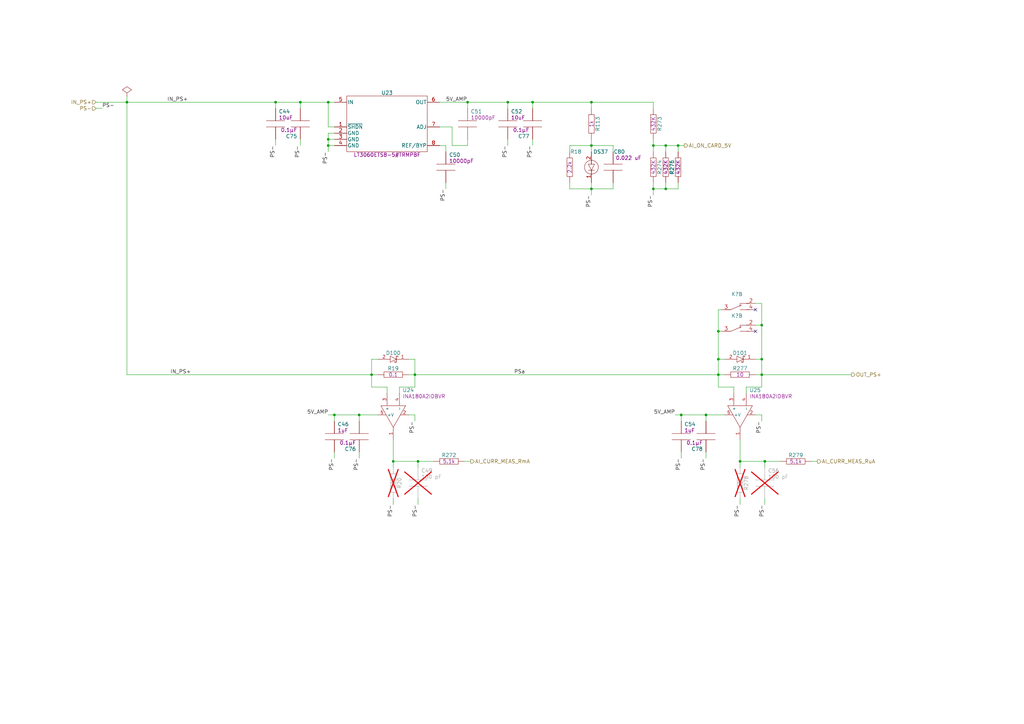
<source format=kicad_sch>
(kicad_sch (version 20230819) (generator eeschema)
  (paper "A3")
  (title_block (title "EOL ECU MIX CARD") (date "2023-09-26") (rev "0C") (company "ARXTRON TECHNOLOGIES") (comment 1 "A0180-V0") (comment 2 "PRJ22180") (comment 3 "EOL ECU RCM8 RCM9") (comment 4 "ANTON TOKARSKYI"))
  (lib_symbols
    (symbol "Analog_Devices:LT3060ETS8-5#TRMPBF" (pin_names (offset 0.254))
      (property "Reference" "U" (at 0 12.7 0))
      (property "ManufacturerPartNumber" "LT3060ETS8-5#TRMPBF" (at 0 -12.7 0))
      (symbol "LT3060ETS8-5#TRMPBF_1_1"
        (rectangle (start -16.51 11.43) (end 16.51 -11.43))
        (pin input line (at -21.59 -1.27 0) (length 5.08) (name "~{SHDN}") (number "1"))
        (pin power_in line (at -21.59 -3.81 0) (length 5.08) (name "GND") (number "2"))
        (pin power_in line (at -21.59 -6.35 0) (length 5.08) (name "GND") (number "3"))
        (pin power_in line (at -21.59 -8.89 0) (length 5.08) (name "GND") (number "4"))
        (pin power_in line (at -21.59 8.89 0) (length 5.08) (name "IN") (number "5"))
        (pin power_out line (at 21.59 8.89 180) (length 5.08) (name "OUT") (number "6"))
        (pin bidirectional line (at 21.59 -1.27 180) (length 5.08) (name "ADJ") (number "7"))
        (pin output line (at 21.59 -8.89 180) (length 5.08) (name "REF/BYP") (number "8"))
      )
    )
    (symbol "Capacitor_AVX:06035C104KAZ2A" (pin_numbers hide) (pin_names (offset 1.016))
      (property "Reference" "C" (at -5.08 1.27 90))
      (property "Nominal" "0.1µF" (at -2.54 1.27 90))
      (symbol "06035C104KAZ2A_0_1"
        (polyline (pts (xy -1.27 3.81) (xy -1.27 -3.81)))
        (polyline (pts (xy 1.27 3.81) (xy 1.27 -3.81)))
      )
      (symbol "06035C104KAZ2A_1_1"
        (pin passive line (at -6.35 0 0) (length 5.08) (name "~") (number "1"))
        (pin passive line (at 6.35 0 180) (length 5.08) (name "~") (number "2"))
      )
    )
    (symbol "Capacitor_AVX:08055C105KAT2A" (pin_numbers hide) (pin_names (offset 1.016))
      (property "Reference" "C" (at 0 5.08 0))
      (property "Nominal" "1uF" (at 0 -6.35 0))
      (symbol "08055C105KAT2A_0_1"
        (polyline (pts (xy -1.27 3.81) (xy -1.27 -3.81)))
        (polyline (pts (xy 1.27 3.81) (xy 1.27 -3.81)))
      )
      (symbol "08055C105KAT2A_1_1"
        (pin passive line (at -6.35 0 0) (length 5.08) (name "~") (number "1"))
        (pin passive line (at 6.35 0 180) (length 5.08) (name "~") (number "2"))
      )
    )
    (symbol "Capacitor_KEMET:C0805C101K5RACTU" (pin_numbers hide) (pin_names (offset 1.016))
      (property "Reference" "C" (at 0 5.08 0))
      (property "Nominal" "100 pF" (at 0 -6.35 0))
      (symbol "C0805C101K5RACTU_0_1"
        (polyline (pts (xy -1.27 3.81) (xy -1.27 -3.81)))
        (polyline (pts (xy 1.27 3.81) (xy 1.27 -3.81)))
      )
      (symbol "C0805C101K5RACTU_1_1"
        (pin passive line (at -6.35 0 0) (length 5.08) (name "~") (number "1"))
        (pin passive line (at 6.35 0 180) (length 5.08) (name "~") (number "2"))
      )
    )
    (symbol "Capacitor_Murata:GRM2195C1H103FA01D" (pin_numbers hide) (pin_names (offset 1.016))
      (property "Reference" "C" (at 0 5.08 0))
      (property "Nominal" "10000pF" (at 0 -6.35 0))
      (symbol "GRM2195C1H103FA01D_0_1"
        (polyline (pts (xy -1.27 3.81) (xy -1.27 -3.81)))
        (polyline (pts (xy 1.27 3.81) (xy 1.27 -3.81)))
      )
      (symbol "GRM2195C1H103FA01D_1_1"
        (pin passive line (at -6.35 0 0) (length 5.08) (name "~") (number "1"))
        (pin passive line (at 6.35 0 180) (length 5.08) (name "~") (number "2"))
      )
    )
    (symbol "Capacitor_Samsung:CL32B106KBJNNWE" (pin_numbers hide) (pin_names (offset 1.016))
      (property "Reference" "C" (at 0 5.08 0))
      (property "Nominal" "10uF" (at 0 -6.35 0))
      (symbol "CL32B106KBJNNWE_0_1"
        (polyline (pts (xy -1.27 3.81) (xy -1.27 -3.81)))
        (polyline (pts (xy 1.27 3.81) (xy 1.27 -3.81)))
      )
      (symbol "CL32B106KBJNNWE_1_1"
        (pin passive line (at -6.35 0 0) (length 5.08) (name "~") (number "1"))
        (pin passive line (at 6.35 0 180) (length 5.08) (name "~") (number "2"))
      )
    )
    (symbol "Capacitor_TDK:CGA4J2NP01H223J125AA" (pin_numbers hide) (pin_names (offset 1.016))
      (property "Reference" "C" (at 0 5.08 0))
      (property "Nominal" "0.022 uF" (at 0 -6.35 0))
      (symbol "CGA4J2NP01H223J125AA_0_1"
        (polyline (pts (xy -1.27 3.81) (xy -1.27 -3.81)))
        (polyline (pts (xy 1.27 3.81) (xy 1.27 -3.81)))
      )
      (symbol "CGA4J2NP01H223J125AA_1_1"
        (pin passive line (at -6.35 0 0) (length 5.08) (name "~") (number "1"))
        (pin passive line (at 6.35 0 180) (length 5.08) (name "~") (number "2"))
      )
    )
    (symbol "LiteOnInc:LTST-C171KGKT" (pin_names (offset 1.016) hide)
      (property "Reference" "DS" (at 0 4.445 0))
      (symbol "LTST-C171KGKT_0_1"
        (polyline (pts (xy 1.27 1.27) (xy 1.27 -1.27)))
        (polyline (pts (xy -1.27 1.27) (xy -1.27 -1.27) (xy 1.27 0) (xy -1.27 1.27)))
        (circle (center 0 0) (radius 2.8448))
      )
      (symbol "LTST-C171KGKT_1_1"
        (pin passive line (at 6.35 0 180) (length 5.08) (name "+") (number "1"))
        (pin passive line (at -6.35 0 0) (length 5.08) (name "-") (number "2"))
      )
    )
    (symbol "Relay_Omron:G6K-2G-Y-TR_DC24_DPDT" (pin_names (offset 0.762))
      (property "Reference" "K" (at 0.635 3.81 0))
      (property "ManufacturerPartNumber" "G6K-2G-Y-TR DC24" (at 0.635 -1.905 0))
      (symbol "G6K-2G-Y-TR_DC24_DPDT_1_1"
        (arc (start -1.905 0) (mid -3.175 1.2645) (end -4.445 0))
        (arc (start 0.635 0) (mid -0.635 1.2645) (end -1.905 0))
        (arc (start 3.175 0) (mid 1.905 1.2645) (end 0.635 0))
        (arc (start 5.715 0) (mid 4.445 1.2645) (end 3.175 0))
        (text "+" (at -4.191 1.905 0) (effects (font (size 1.27 1.27))))
        (pin passive line (at -6.35 0 0) (length 1.905) (name "~") (number "1"))
        (pin passive line (at 7.62 0 180) (length 1.905) (name "~") (number "8"))
      )
      (symbol "G6K-2G-Y-TR_DC24_DPDT_2_1"
        (polyline (pts (xy -2.54 0) (xy -5.08 0)))
        (polyline (pts (xy -2.54 0) (xy 1.905 1.905)))
        (polyline (pts (xy 1.27 0) (xy 5.08 0)))
        (polyline (pts (xy 5.08 2.54) (xy 1.27 2.54) (xy 1.27 1.27)))
        (pin passive line (at 7.62 2.54 180) (length 3.81) (name "~") (number "2"))
        (pin passive line (at -6.35 0 0) (length 3.81) (name "~") (number "3"))
        (pin passive line (at 7.62 0 180) (length 3.81) (name "~") (number "4"))
      )
      (symbol "G6K-2G-Y-TR_DC24_DPDT_3_1"
        (polyline (pts (xy -2.54 0) (xy -5.08 0)))
        (polyline (pts (xy -2.54 0) (xy 1.905 1.905)))
        (polyline (pts (xy 1.27 0) (xy 5.08 0)))
        (polyline (pts (xy 5.08 2.54) (xy 1.27 2.54) (xy 1.27 1.27)))
        (pin passive line (at 7.62 0 180) (length 3.81) (name "~") (number "5"))
        (pin passive line (at -6.35 0 0) (length 3.81) (name "~") (number "6"))
        (pin passive line (at 7.62 2.54 180) (length 3.81) (name "~") (number "7"))
      )
    )
    (symbol "Resistor_Yageo:RC0603JR-072K2L" (pin_numbers hide) (pin_names (offset 1.016) hide)
      (property "Reference" "R" (at 0 2.54 0))
      (property "Nominal" "2.2k" (at 0 0 0))
      (symbol "RC0603JR-072K2L_1_1"
        (polyline (pts (xy -3.81 1.143) (xy 3.81 1.143) (xy 3.81 -1.143) (xy -3.81 -1.143) (xy -3.81 1.143)))
        (pin passive line (at -6.35 0 0) (length 2.54) (name "~") (number "1"))
        (pin passive line (at 6.35 0 180) (length 2.54) (name "~") (number "2"))
      )
    )
    (symbol "Resistor_Yageo:RC0805FR-0720KL" (pin_numbers hide) (pin_names (offset 1.016))
      (property "Reference" "R" (at 0 2.54 0))
      (property "Nominal" "20k" (at 0 0 0))
      (symbol "RC0805FR-0720KL_1_1"
        (polyline (pts (xy -3.81 1.143) (xy 3.81 1.143) (xy 3.81 -1.143) (xy -3.81 -1.143) (xy -3.81 1.143)))
        (pin passive line (at -6.35 0 0) (length 2.54) (name "~") (number "1"))
        (pin passive line (at 6.35 0 180) (length 2.54) (name "~") (number "2"))
      )
    )
    (symbol "Resistor_Yageo:RC0805FR-075K1L" (pin_numbers hide) (pin_names (offset 1.016))
      (property "Reference" "R" (at 0 2.54 0))
      (property "Nominal" "5.1k" (at 0 0 0))
      (symbol "RC0805FR-075K1L_1_1"
        (polyline (pts (xy -3.81 1.143) (xy 3.81 1.143) (xy 3.81 -1.143) (xy -3.81 -1.143) (xy -3.81 1.143)))
        (pin passive line (at -6.35 0 0) (length 2.54) (name "~") (number "1"))
        (pin passive line (at 6.35 0 180) (length 2.54) (name "~") (number "2"))
      )
    )
    (symbol "Resistor_Yageo:RC1206FR-071KL" (pin_numbers hide) (pin_names (offset 1.016))
      (property "Reference" "R" (at 0 2.54 0))
      (property "Nominal" "1k" (at 0 0 0))
      (symbol "RC1206FR-071KL_1_1"
        (polyline (pts (xy -3.81 1.143) (xy 3.81 1.143) (xy 3.81 -1.143) (xy -3.81 -1.143) (xy -3.81 1.143)))
        (pin passive line (at -6.35 0 0) (length 2.54) (name "~") (number "1"))
        (pin passive line (at 6.35 0 180) (length 2.54) (name "~") (number "2"))
      )
    )
    (symbol "Resistor_Yageo:RT0603BRD07432KL" (pin_numbers hide) (pin_names (offset 1.016))
      (property "Reference" "R" (at 0 2.54 0))
      (property "Nominal" "432K" (at 0 0 0))
      (symbol "RT0603BRD07432KL_1_1"
        (polyline (pts (xy -3.81 1.143) (xy 3.81 1.143) (xy 3.81 -1.143) (xy -3.81 -1.143) (xy -3.81 1.143)))
        (pin passive line (at -6.35 0 0) (length 2.54) (name "~") (number "1"))
        (pin passive line (at 6.35 0 180) (length 2.54) (name "~") (number "2"))
      )
    )
    (symbol "Resistors_Vishay:CRCW251210R0FKEG" (pin_numbers hide) (pin_names (offset 1.016))
      (property "Reference" "R" (at 0 2.54 0))
      (property "Nominal" "10" (at 0 0 0))
      (symbol "CRCW251210R0FKEG_1_1"
        (polyline (pts (xy -3.81 1.143) (xy 3.81 1.143) (xy 3.81 -1.143) (xy -3.81 -1.143) (xy -3.81 1.143)))
        (pin passive line (at -6.35 0 0) (length 2.54) (name "~") (number "1"))
        (pin passive line (at 6.35 0 180) (length 2.54) (name "~") (number "2"))
      )
    )
    (symbol "Resistors_Vishay:WSL2512R1000FEA" (pin_numbers hide) (pin_names (offset 1.016))
      (property "Reference" "R" (at 0 2.54 0))
      (property "Nominal" "0.1" (at 0 0 0))
      (symbol "WSL2512R1000FEA_1_1"
        (polyline (pts (xy -3.81 1.143) (xy 3.81 1.143) (xy 3.81 -1.143) (xy -3.81 -1.143) (xy -3.81 1.143)))
        (pin passive line (at -6.35 0 0) (length 2.54) (name "~") (number "1"))
        (pin passive line (at 6.35 0 180) (length 2.54) (name "~") (number "2"))
      )
    )
    (symbol "STMicroelectronics:STPS2H100ZFY" (pin_names (offset 1.016) hide)
      (property "Reference" "D" (at 0 2.54 0))
      (symbol "STPS2H100ZFY_0_1"
        (polyline (pts (xy -1.27 1.27) (xy -1.27 -1.27)))
        (polyline (pts (xy -1.27 1.27) (xy 1.27 0) (xy -1.27 -1.27)))
        (polyline (pts (xy 1.905 0.889) (xy 1.905 1.27) (xy 1.27 1.27) (xy 1.27 -1.27) (xy 0.635 -1.27) (xy 0.635 -0.889)) (stroke (width 0.2032)))
      )
      (symbol "STPS2H100ZFY_1_1"
        (pin passive line (at 6.35 0 180) (length 5.08) (name "K") (number "1"))
        (pin passive line (at -6.35 0 0) (length 5.08) (name "A") (number "2"))
      )
    )
    (symbol "TI:INA180A2IDBVR" (pin_names (offset 0.381))
      (property "Reference" "U" (at 5.08 8.89 0))
      (property "ManufacturerPartNumber" "INA180A2IDBVR" (at 12.7 -11.43 0))
      (symbol "INA180A2IDBVR_0_1"
        (polyline (pts (xy -5.08 0) (xy 3.81 5.08) (xy 3.81 -5.08) (xy -5.08 0)))
      )
      (symbol "INA180A2IDBVR_1_1"
        (pin passive line (at -10.16 0 0) (length 5.08) (name "~") (number "1"))
        (pin power_in line (at 0 6.35 270) (length 3.429) (name "~") (number "2"))
        (pin passive line (at 8.89 -2.54 180) (length 5.08) (name "+") (number "3"))
        (pin passive line (at 8.89 2.54 180) (length 5.08) (name "-") (number "4"))
        (pin power_in line (at 0 -6.35 90) (length 3.429) (name "+V") (number "5"))
      )
    )
    (symbol "_power_symbol:PWR_FLAG" (power) (pin_numbers hide) (pin_names (offset 0) hide)
      (property "Value" "PWR_FLAG" (at 0 4.572 0))
      (symbol "PWR_FLAG_0_0"
        (pin power_out line (at 0 0 90) (length 0) (name "pwr") (number "1"))
      )
      (symbol "PWR_FLAG_0_1"
        (polyline (pts (xy 0 0) (xy 0 1.27) (xy -1.905 2.54) (xy 0 3.81) (xy 1.905 2.54) (xy 0 1.27)))
      )
    )
  )
  (junction (at 267.97 77.47))
  (junction (at 208.28 41.91))
  (junction (at 134.62 59.69))
  (junction (at 312.42 153.67))
  (junction (at 303.53 189.23))
  (junction (at 242.57 77.47))
  (junction (at 242.57 59.69))
  (junction (at 312.42 133.35))
  (junction (at 294.64 135.89))
  (junction (at 171.45 189.23))
  (junction (at 294.64 147.32))
  (junction (at 279.4 170.18))
  (junction (at 242.57 41.91))
  (junction (at 273.05 59.69))
  (junction (at 113.03 41.91))
  (junction (at 170.18 153.67))
  (junction (at 134.62 41.91))
  (junction (at 289.56 170.18))
  (junction (at 147.32 170.18))
  (junction (at 218.44 41.91))
  (junction (at 267.97 59.69))
  (junction (at 137.16 170.18))
  (junction (at 134.62 57.15))
  (junction (at 191.77 41.91))
  (junction (at 278.13 59.69))
  (junction (at 273.05 77.47))
  (junction (at 161.29 189.23))
  (junction (at 52.07 41.91))
  (junction (at 313.69 189.23))
  (junction (at 294.64 153.67))
  (junction (at 312.42 147.32))
  (junction (at 123.19 41.91))
  (junction (at 152.4 153.67))
  (no_connect (at 309.88 135.89))
  (no_connect (at 309.88 127))
  (wire (pts (xy 273.05 77.47) (xy 278.13 77.47)))
  (wire (pts (xy 161.29 189.23) (xy 171.45 189.23)))
  (wire (pts (xy 312.42 147.32) (xy 312.42 153.67)))
  (wire (pts (xy 313.69 189.23) (xy 313.69 191.77)))
  (wire (pts (xy 313.69 204.47) (xy 313.69 207.01)))
  (wire (pts (xy 113.03 41.91) (xy 113.03 44.45)))
  (wire (pts (xy 309.88 153.67) (xy 312.42 153.67)))
  (wire (pts (xy 300.99 161.29) (xy 300.99 158.75)))
  (wire (pts (xy 180.34 59.69) (xy 182.88 59.69)))
  (wire (pts (xy 312.42 133.35) (xy 312.42 147.32)))
  (wire (pts (xy 52.07 39.37) (xy 52.07 41.91)))
  (wire (pts (xy 294.64 158.75) (xy 300.99 158.75)))
  (wire (pts (xy 52.07 153.67) (xy 152.4 153.67)))
  (wire (pts (xy 233.68 59.69) (xy 233.68 62.23)))
  (wire (pts (xy 294.64 135.89) (xy 294.64 147.32)))
  (wire (pts (xy 242.57 77.47) (xy 242.57 74.93)))
  (wire (pts (xy 152.4 147.32) (xy 152.4 153.67)))
  (wire (pts (xy 278.13 59.69) (xy 273.05 59.69)))
  (wire (pts (xy 171.45 204.47) (xy 171.45 207.01)))
  (wire (pts (xy 39.37 44.45) (xy 41.91 44.45)))
  (wire (pts (xy 332.74 189.23) (xy 335.28 189.23)))
  (wire (pts (xy 309.88 170.18) (xy 312.42 170.18)))
  (wire (pts (xy 191.77 41.91) (xy 208.28 41.91)))
  (wire (pts (xy 218.44 41.91) (xy 218.44 44.45)))
  (wire (pts (xy 294.64 153.67) (xy 297.18 153.67)))
  (wire (pts (xy 251.46 77.47) (xy 251.46 74.93)))
  (wire (pts (xy 52.07 41.91) (xy 113.03 41.91)))
  (wire (pts (xy 123.19 41.91) (xy 123.19 44.45)))
  (wire (pts (xy 279.4 185.42) (xy 279.4 187.96)))
  (wire (pts (xy 137.16 185.42) (xy 137.16 187.96)))
  (wire (pts (xy 123.19 57.15) (xy 123.19 59.69)))
  (wire (pts (xy 170.18 170.18) (xy 170.18 172.72)))
  (wire (pts (xy 267.97 57.15) (xy 267.97 59.69)))
  (wire (pts (xy 171.45 189.23) (xy 171.45 191.77)))
  (wire (pts (xy 167.64 170.18) (xy 170.18 170.18)))
  (wire (pts (xy 273.05 74.93) (xy 273.05 77.47)))
  (wire (pts (xy 312.42 158.75) (xy 312.42 153.67)))
  (wire (pts (xy 191.77 59.69) (xy 191.77 57.15)))
  (wire (pts (xy 294.64 135.89) (xy 294.64 127)))
  (wire (pts (xy 306.07 158.75) (xy 312.42 158.75)))
  (wire (pts (xy 152.4 153.67) (xy 154.94 153.67)))
  (wire (pts (xy 163.83 158.75) (xy 170.18 158.75)))
  (wire (pts (xy 137.16 170.18) (xy 137.16 172.72)))
  (wire (pts (xy 161.29 180.34) (xy 161.29 189.23)))
  (wire (pts (xy 180.34 41.91) (xy 191.77 41.91)))
  (wire (pts (xy 242.57 77.47) (xy 251.46 77.47)))
  (wire (pts (xy 154.94 147.32) (xy 152.4 147.32)))
  (wire (pts (xy 294.64 153.67) (xy 294.64 158.75)))
  (wire (pts (xy 161.29 204.47) (xy 161.29 207.01)))
  (wire (pts (xy 170.18 147.32) (xy 170.18 153.67)))
  (wire (pts (xy 182.88 59.69) (xy 182.88 62.23)))
  (wire (pts (xy 242.57 41.91) (xy 242.57 44.45)))
  (wire (pts (xy 154.94 170.18) (xy 147.32 170.18)))
  (wire (pts (xy 303.53 204.47) (xy 303.53 207.01)))
  (wire (pts (xy 242.57 59.69) (xy 251.46 59.69)))
  (wire (pts (xy 137.16 52.07) (xy 134.62 52.07)))
  (wire (pts (xy 294.64 147.32) (xy 294.64 153.67)))
  (wire (pts (xy 312.42 124.46) (xy 312.42 133.35)))
  (wire (pts (xy 170.18 153.67) (xy 294.64 153.67)))
  (wire (pts (xy 279.4 170.18) (xy 279.4 172.72)))
  (wire (pts (xy 190.5 189.23) (xy 193.04 189.23)))
  (wire (pts (xy 242.57 77.47) (xy 242.57 80.01)))
  (wire (pts (xy 309.88 124.46) (xy 312.42 124.46)))
  (wire (pts (xy 303.53 180.34) (xy 303.53 189.23)))
  (wire (pts (xy 273.05 59.69) (xy 267.97 59.69)))
  (wire (pts (xy 242.57 57.15) (xy 242.57 59.69)))
  (wire (pts (xy 185.42 52.07) (xy 185.42 59.69)))
  (wire (pts (xy 152.4 158.75) (xy 158.75 158.75)))
  (wire (pts (xy 167.64 147.32) (xy 170.18 147.32)))
  (wire (pts (xy 134.62 41.91) (xy 137.16 41.91)))
  (wire (pts (xy 313.69 189.23) (xy 320.04 189.23)))
  (wire (pts (xy 134.62 170.18) (xy 137.16 170.18)))
  (wire (pts (xy 170.18 158.75) (xy 170.18 153.67)))
  (wire (pts (xy 295.91 135.89) (xy 294.64 135.89)))
  (wire (pts (xy 147.32 170.18) (xy 137.16 170.18)))
  (wire (pts (xy 171.45 189.23) (xy 177.8 189.23)))
  (wire (pts (xy 208.28 41.91) (xy 218.44 41.91)))
  (wire (pts (xy 267.97 77.47) (xy 273.05 77.47)))
  (wire (pts (xy 161.29 189.23) (xy 161.29 191.77)))
  (wire (pts (xy 267.97 41.91) (xy 267.97 44.45)))
  (wire (pts (xy 185.42 59.69) (xy 191.77 59.69)))
  (wire (pts (xy 297.18 170.18) (xy 289.56 170.18)))
  (wire (pts (xy 294.64 127) (xy 295.91 127)))
  (wire (pts (xy 312.42 153.67) (xy 349.25 153.67)))
  (wire (pts (xy 167.64 153.67) (xy 170.18 153.67)))
  (wire (pts (xy 242.57 77.47) (xy 233.68 77.47)))
  (wire (pts (xy 218.44 41.91) (xy 242.57 41.91)))
  (wire (pts (xy 242.57 41.91) (xy 267.97 41.91)))
  (wire (pts (xy 309.88 133.35) (xy 312.42 133.35)))
  (wire (pts (xy 303.53 189.23) (xy 303.53 191.77)))
  (wire (pts (xy 147.32 185.42) (xy 147.32 187.96)))
  (wire (pts (xy 208.28 57.15) (xy 208.28 59.69)))
  (wire (pts (xy 297.18 147.32) (xy 294.64 147.32)))
  (wire (pts (xy 134.62 59.69) (xy 137.16 59.69)))
  (wire (pts (xy 278.13 59.69) (xy 278.13 62.23)))
  (wire (pts (xy 267.97 74.93) (xy 267.97 77.47)))
  (wire (pts (xy 306.07 161.29) (xy 306.07 158.75)))
  (wire (pts (xy 113.03 41.91) (xy 123.19 41.91)))
  (wire (pts (xy 309.88 147.32) (xy 312.42 147.32)))
  (wire (pts (xy 289.56 170.18) (xy 289.56 172.72)))
  (wire (pts (xy 312.42 170.18) (xy 312.42 172.72)))
  (wire (pts (xy 278.13 74.93) (xy 278.13 77.47)))
  (wire (pts (xy 180.34 52.07) (xy 185.42 52.07)))
  (wire (pts (xy 158.75 161.29) (xy 158.75 158.75)))
  (wire (pts (xy 208.28 41.91) (xy 208.28 44.45)))
  (wire (pts (xy 191.77 41.91) (xy 191.77 44.45)))
  (wire (pts (xy 52.07 41.91) (xy 52.07 153.67)))
  (wire (pts (xy 39.37 41.91) (xy 52.07 41.91)))
  (wire (pts (xy 163.83 161.29) (xy 163.83 158.75)))
  (wire (pts (xy 233.68 77.47) (xy 233.68 74.93)))
  (wire (pts (xy 242.57 59.69) (xy 233.68 59.69)))
  (wire (pts (xy 251.46 59.69) (xy 251.46 62.23)))
  (wire (pts (xy 267.97 77.47) (xy 267.97 80.01)))
  (wire (pts (xy 267.97 59.69) (xy 267.97 62.23)))
  (wire (pts (xy 273.05 59.69) (xy 273.05 62.23)))
  (wire (pts (xy 134.62 59.69) (xy 134.62 62.23)))
  (wire (pts (xy 242.57 59.69) (xy 242.57 62.23)))
  (wire (pts (xy 137.16 54.61) (xy 134.62 54.61)))
  (wire (pts (xy 278.13 59.69) (xy 280.67 59.69)))
  (wire (pts (xy 123.19 41.91) (xy 134.62 41.91)))
  (wire (pts (xy 147.32 170.18) (xy 147.32 172.72)))
  (wire (pts (xy 276.86 170.18) (xy 279.4 170.18)))
  (wire (pts (xy 152.4 153.67) (xy 152.4 158.75)))
  (wire (pts (xy 289.56 170.18) (xy 279.4 170.18)))
  (wire (pts (xy 218.44 57.15) (xy 218.44 59.69)))
  (wire (pts (xy 289.56 185.42) (xy 289.56 187.96)))
  (wire (pts (xy 303.53 189.23) (xy 313.69 189.23)))
  (wire (pts (xy 134.62 57.15) (xy 134.62 59.69)))
  (wire (pts (xy 134.62 52.07) (xy 134.62 41.91)))
  (wire (pts (xy 182.88 74.93) (xy 182.88 77.47)))
  (wire (pts (xy 134.62 54.61) (xy 134.62 57.15)))
  (wire (pts (xy 113.03 57.15) (xy 113.03 59.69)))
  (wire (pts (xy 134.62 57.15) (xy 137.16 57.15)))
  (label "PS-" (at 113.03 59.69 270) (effects (font (size 1.524 1.524))))
  (label "PS-" (at 170.18 172.72 270) (effects (font (size 1.524 1.524))))
  (label "PS-" (at 279.4 187.96 270) (effects (font (size 1.524 1.524))))
  (label "PS-" (at 208.28 59.69 270) (effects (font (size 1.524 1.524))))
  (label "PS-" (at 267.97 80.01 270) (effects (font (size 1.524 1.524))))
  (label "5V_AMP" (at 134.62 170.18 180) (effects (font (size 1.524 1.524))))
  (label "PS-" (at 313.69 207.01 270) (effects (font (size 1.524 1.524))))
  (label "IN_PS+" (at 69.85 153.67 0) (effects (font (size 1.524 1.524))))
  (label "PS-" (at 161.29 207.01 270) (effects (font (size 1.524 1.524))))
  (label "PS-" (at 134.62 62.23 270) (effects (font (size 1.524 1.524))))
  (label "PS-" (at 137.16 187.96 270) (effects (font (size 1.524 1.524))))
  (label "PS-" (at 171.45 207.01 270) (effects (font (size 1.524 1.524))))
  (label "5V_AMP" (at 276.86 170.18 180) (effects (font (size 1.524 1.524))))
  (label "PS-" (at 312.42 172.72 270) (effects (font (size 1.524 1.524))))
  (label "PS-" (at 218.44 59.69 270) (effects (font (size 1.524 1.524))))
  (label "PS-" (at 182.88 77.47 270) (effects (font (size 1.524 1.524))))
  (label "PS-" (at 41.91 44.45 0) (effects (font (size 1.524 1.524))))
  (label "PSa" (at 210.82 153.67 0) (effects (font (size 1.524 1.524))))
  (label "PS-" (at 147.32 187.96 270) (effects (font (size 1.524 1.524))))
  (label "PS-" (at 123.19 59.69 270) (effects (font (size 1.524 1.524))))
  (label "PS-" (at 242.57 80.01 270) (effects (font (size 1.524 1.524))))
  (label "PS-" (at 289.56 187.96 270) (effects (font (size 1.524 1.524))))
  (label "IN_PS+" (at 68.58 41.91 0) (effects (font (size 1.524 1.524))))
  (label "PS-" (at 303.53 207.01 270) (effects (font (size 1.524 1.524))))
  (label "5V_AMP" (at 182.88 41.91 0) (effects (font (size 1.524 1.524))))
  (hierarchical_label "OUT_PS+" (shape output) (at 349.25 153.67 0) (effects (font (size 1.524 1.524))))
  (hierarchical_label "AI_CURR_MEAS_RmA" (shape output) (at 193.04 189.23 0) (effects (font (size 1.524 1.524))))
  (hierarchical_label "AI_ON_CARD_5V" (shape output) (at 280.67 59.69 0) (effects (font (size 1.524 1.524))))
  (hierarchical_label "AI_CURR_MEAS_RuA" (shape output) (at 335.28 189.23 0) (effects (font (size 1.524 1.524))))
  (hierarchical_label "PS-" (shape input) (at 39.37 44.45 180) (effects (font (size 1.524 1.524))))
  (hierarchical_label "IN_PS+" (shape input) (at 39.37 41.91 180) (effects (font (size 1.524 1.524))))
  (symbol (lib_id "Resistor_Yageo:RT0603BRD07432KL") (at 267.97 50.8 270) (unit 1)
    (property "Reference" "R273" (at 270.51 50.8 0) (effects (font (size 1.524 1.524))))
    (property "Value" "RT0603BRD07432KL" (effects hide))
    (property "Footprint" "Resistor_Yageo_RC:RESC1608X65N" (effects hide))
    (property "Description" "RES SMD 432K OHM 0.1% 1/10W 0603" (effects hide))
    (property "Nominal" "432K" (at 267.97 50.8 0) (effects (font (size 1.524 1.524))))
    (property "Supplier" "Digi-Key" (effects hide))
    (property "ManufacturerPartNumber" "RT0603BRD07432KL" (effects hide))
    (property "SupplierPartNumber" "RT0603BRD07432KL-ND" (effects hide))
    (property "Manufacturer" "Yageo" (effects hide))
  )
  (symbol (lib_id "Capacitor_AVX:06035C104KAZ2A") (at 123.19 50.8 90) (unit 1)
    (property "Reference" "C75" (at 121.92 55.88 90) (effects (font (size 1.524 1.524)) (justify left)))
    (property "Value" "06035C104KAZ2A" (effects hide))
    (property "Footprint" "Capacitor_AVX:CAPC1608X90N" (effects hide))
    (property "Description" "CAP CER 0.1UF 50V X7R 0603" (effects hide))
    (property "Tolerance" "±10%" (effects hide))
    (property "Nominal" "0.1µF" (at 121.92 53.34 90) (effects (font (size 1.524 1.524)) (justify left)))
    (property "SupplierDevicePackage" "C0603" (effects hide))
    (property "Voltage" "50V" (effects hide))
    (property "SupplierPartNumber" "478-3540-1-ND" (effects hide))
    (property "Supplier" "Digi-Key" (effects hide))
    (property "ManufacturerPartNumber" "06035C104KAZ2A" (effects hide))
    (property "Manufacturer" "AVX Corporation" (effects hide))
    (property "Type" "X7R" (effects hide))
  )
  (symbol (lib_id "Resistor_Yageo:RC0805FR-075K1L") (at 184.15 189.23 0) (unit 1)
    (property "Reference" "R272" (at 184.15 186.69 0) (effects (font (size 1.524 1.524))))
    (property "Value" "RC0805FR-075K1L" (effects hide))
    (property "Footprint" "Resistor_Yageo_RC:RESC2012X65N" (effects hide))
    (property "Description" "RES SMD 5.1K OHM 1% 1/8W 0805" (effects hide))
    (property "Manufacturer" "Yageo" (effects hide))
    (property "Tolerance" "1%" (effects hide))
    (property "Nominal" "5.1k" (at 184.15 189.23 0) (effects (font (size 1.524 1.524))))
    (property "Power" "1/8W" (effects hide))
    (property "Supplier" "Digi-Key" (effects hide))
    (property "ManufacturerPartNumber" "RC0805FR-075K1L" (effects hide))
    (property "SupplierDevicePackage" "R0805" (effects hide))
    (property "SupplierPartNumber" "3311-5.10KCRCT-ND" (effects hide))
  )
  (symbol (lib_id "Resistor_Yageo:RC0805FR-075K1L") (at 326.39 189.23 0) (unit 1)
    (property "Reference" "R279" (at 326.39 186.69 0) (effects (font (size 1.524 1.524))))
    (property "Value" "RC0805FR-075K1L" (effects hide))
    (property "Footprint" "Resistor_Yageo_RC:RESC2012X65N" (effects hide))
    (property "Description" "RES SMD 5.1K OHM 1% 1/8W 0805" (effects hide))
    (property "Manufacturer" "Yageo" (effects hide))
    (property "Tolerance" "1%" (effects hide))
    (property "Nominal" "5.1k" (at 326.39 189.23 0) (effects (font (size 1.524 1.524))))
    (property "Power" "1/8W" (effects hide))
    (property "Supplier" "Digi-Key" (effects hide))
    (property "ManufacturerPartNumber" "RC0805FR-075K1L" (effects hide))
    (property "SupplierDevicePackage" "R0805" (effects hide))
    (property "SupplierPartNumber" "3311-5.10KCRCT-ND" (effects hide))
  )
  (symbol (lib_id "Resistor_Yageo:RC0805FR-0720KL") (at 303.53 198.12 270) (unit 1) (in_bom no) (dnp yes)
    (property "Reference" "R278" (at 306.07 198.12 0) (effects (font (size 1.524 1.524))))
    (property "Value" "RC0805FR-0720KL" (effects hide))
    (property "Footprint" "Resistor_Yageo_RC:RESC2012X65N" (effects hide))
    (property "Description" "RES SMD 20K OHM 1% 1/8W 0805" (effects hide))
    (property "Manufacturer" "Yageo" (effects hide))
    (property "Tolerance" "1%" (effects hide))
    (property "Nominal" "20k" (at 303.53 198.12 0) (effects (font (size 1.524 1.524))))
    (property "Power" "1/8W" (effects hide))
    (property "Supplier" "Digi-Key" (effects hide))
    (property "ManufacturerPartNumber" "RC0805FR-0720KL" (effects hide))
    (property "SupplierDevicePackage" "R0805" (effects hide))
    (property "SupplierPartNumber" "311-20.0KCRCT-ND" (effects hide))
  )
  (symbol (lib_id "Resistors_Vishay:WSL2512R1000FEA") (at 161.29 153.67 0) (unit 1)
    (property "Reference" "R19" (at 161.29 151.13 0) (effects (font (size 1.524 1.524))))
    (property "Value" "WSL2512R1000FEA" (effects hide))
    (property "Footprint" "Resistor_Vishay_WSL:RESC6331X88" (effects hide))
    (property "Description" "RES 0.1 OHM 1% 1W 2512" (effects hide))
    (property "Tolerance" "1%" (effects hide))
    (property "Nominal" "0.1" (at 161.29 153.67 0) (effects (font (size 1.524 1.524))))
    (property "Power" "1W" (effects hide))
    (property "Supplier" "Digi-Key" (effects hide))
    (property "ManufacturerPartNumber" "WSL2512R1000FEA" (effects hide))
    (property "SupplierDevicePackage" "R2512" (effects hide))
    (property "SupplierPartNumber" "WSLG-.10CT-ND" (effects hide))
    (property "Manufacturer" "Vishay Dale" (effects hide))
  )
  (symbol (lib_id "STMicroelectronics:STPS2H100ZFY") (at 161.29 147.32 0) (unit 1)
    (property "Reference" "D100" (at 161.29 144.78 0) (effects (font (size 1.524 1.524))))
    (property "Value" "STPS2H100ZFY" (effects hide))
    (property "Footprint" "_STMicroelectronics:SODFL3516X110" (effects hide))
    (property "Description" "DIODE SCHOTTKY 100V 2A SOD123F" (effects hide))
    (property "Supplier" "Digi-Key" (effects hide))
    (property "ManufacturerPartNumber" "STPS2H100ZFY" (effects hide))
    (property "SupplierPartNumber" "497-17158-1-ND" (effects hide))
    (property "Manufacturer" "STMicroelectronics" (effects hide))
    (property "SupplierDevicePackage" "SOD-123L" (effects hide))
  )
  (symbol (lib_id "Resistor_Yageo:RC0603JR-072K2L") (at 233.68 68.58 270) (mirror x) (unit 1)
    (property "Reference" "R18" (at 236.22 62.23 90) (effects (font (size 1.524 1.524))))
    (property "Value" "RC0603JR-072K2L" (effects hide))
    (property "Footprint" "Resistor_Yageo_RC:RESC1608X65N" (effects hide))
    (property "Description" "RES SMD 2.2K OHM 5% 1/10W 0603" (effects hide))
    (property "Tolerance" "5%" (effects hide))
    (property "Nominal" "2.2k" (at 233.68 68.58 0) (effects (font (size 1.524 1.524))))
    (property "Power" "1/10W" (effects hide))
    (property "Supplier" "Digi-Key" (effects hide))
    (property "ManufacturerPartNumber" "RC0603JR-072K2L" (effects hide))
    (property "SupplierDevicePackage" "R0603" (effects hide))
    (property "SupplierPartNumber" "311-2.2KGRCT-ND" (effects hide))
    (property "Manufacturer" "Yageo" (effects hide))
    (instances (project "A0180_eol_ecu_mix" (path "" (reference "R18") (unit 1)) (path "" (reference "R308") (unit 1)) (path "" (reference "R107") (unit 1))))
  )
  (symbol (lib_id "Capacitor_AVX:08055C105KAT2A") (at 279.4 179.07 90) (unit 1)
    (property "Reference" "C54" (at 280.67 173.99 90) (effects (font (size 1.524 1.524)) (justify right)))
    (property "Value" "08055C105KAT2A" (effects hide))
    (property "Footprint" "Capacitor_AVX:CAPC2012X94" (effects hide))
    (property "Description" "CAP CER 1UF 50V X7R 0805" (effects hide))
    (property "Tolerance" "10%" (effects hide))
    (property "Nominal" "1uF" (at 280.67 176.53 90) (effects (font (size 1.524 1.524)) (justify right)))
    (property "SupplierDevicePackage" "C0805" (effects hide))
    (property "Voltage" "50V" (effects hide))
    (property "SupplierPartNumber" "478-7956-1-ND" (effects hide))
    (property "Supplier" "Digi-Key" (effects hide))
    (property "ManufacturerPartNumber" "08055C105KAT2A" (effects hide))
    (property "Manufacturer" "AVX Corporation" (effects hide))
    (property "Type" "X7R" (effects hide))
  )
  (symbol (lib_id "Resistor_Yageo:RC1206FR-071KL") (at 242.57 50.8 270) (mirror x) (unit 1)
    (property "Reference" "R113" (at 245.11 50.8 0) (effects (font (size 1.524 1.524))))
    (property "Value" "RC1206FR-071KL" (effects hide))
    (property "Footprint" "Resistor_Yageo_RC:RESC3116X65N" (effects hide))
    (property "Description" "RES SMD 1K OHM 1% 1/4W 1206" (effects hide))
    (property "Nominal" "1k" (at 242.57 50.8 0) (effects (font (size 1.524 1.524))))
    (property "Power" "1/4W" (effects hide))
    (property "Supplier" "Digi-Key" (effects hide))
    (property "ManufacturerPartNumber" "RC1206FR-071KL" (effects hide))
    (property "SupplierDevicePackage" "R1206" (effects hide))
    (property "SupplierPartNumber" "311-1.00KFRCT-ND" (effects hide))
    (property "Manufacturer" "Yageo" (effects hide))
  )
  (symbol (lib_id "Capacitor_AVX:08055C105KAT2A") (at 137.16 179.07 90) (unit 1)
    (property "Reference" "C46" (at 138.43 173.99 90) (effects (font (size 1.524 1.524)) (justify right)))
    (property "Value" "08055C105KAT2A" (effects hide))
    (property "Footprint" "Capacitor_AVX:CAPC2012X94" (effects hide))
    (property "Description" "CAP CER 1UF 50V X7R 0805" (effects hide))
    (property "Tolerance" "10%" (effects hide))
    (property "Nominal" "1uF" (at 138.43 176.53 90) (effects (font (size 1.524 1.524)) (justify right)))
    (property "SupplierDevicePackage" "C0805" (effects hide))
    (property "Voltage" "50V" (effects hide))
    (property "SupplierPartNumber" "478-7956-1-ND" (effects hide))
    (property "Supplier" "Digi-Key" (effects hide))
    (property "ManufacturerPartNumber" "08055C105KAT2A" (effects hide))
    (property "Manufacturer" "AVX Corporation" (effects hide))
    (property "Type" "X7R" (effects hide))
  )
  (symbol (lib_id "LiteOnInc:LTST-C171KGKT") (at 242.57 68.58 270) (unit 1)
    (property "Reference" "DS37" (at 246.38 62.23 90) (effects (font (size 1.524 1.524))))
    (property "Value" "LTST-C171KGKT" (effects hide))
    (property "Footprint" "_LiteOnInc:LEDC2012X120N" (effects hide))
    (property "Description" "Green 571nm LED Indication - Discrete 2V 0805 (2012 Metric)" (effects hide))
    (property "SupplierPartNumber" "160-1426-1-ND" (effects hide))
    (property "Supplier" "Digi-Key" (effects hide))
    (property "ManufacturerPartNumber" "LTST-C171KGKT" (effects hide))
    (property "Voltage" "2V" (effects hide))
    (property "Size" "D0805" (effects hide))
    (property "Manufacturer" "Lite-On Inc" (effects hide))
  )
  (symbol (lib_id "Relay_Omron:G6K-2G-Y-TR_DC24_DPDT") (at 302.26 135.89 0) (unit 2)
    (property "Reference" "K?" (at 302.26 129.54 0) (effects (font (size 1.524 1.524))))
    (property "Value" "G6K-2G-Y-TR_DC24_DPDT" (effects hide))
    (property "Footprint" "_Relay_Omron:OMRON_G6K-2G-Y" (effects hide))
    (property "Description" "RELAY TELECOM DPDT 1A 24VDC" (effects hide))
    (property "ManufacturerPartNumber" "G6K-2G-Y-TR DC24" (effects hide))
    (property "Manufacturer" "Omron Electronics Inc-EMC Div" (effects hide))
    (property "SupplierPartNumber" "Z5422TR-ND" (effects hide))
    (property "Supplier" "Digi-Key" (effects hide))
    (instances (project "A0180_eol_ecu_mix" (path "" (reference "K?") (unit 2)) (path "" (reference "K?") (unit 2)) (path "" (reference "K?") (unit 2)) (path "" (reference "K33") (unit 2))))
  )
  (symbol (lib_id "Capacitor_KEMET:C0805C101K5RACTU") (at 171.45 198.12 90) (unit 1) (in_bom no) (dnp yes)
    (property "Reference" "C49" (at 172.72 193.04 90) (effects (font (size 1.524 1.524)) (justify right)))
    (property "Value" "C0805C101K5RACTU" (effects hide))
    (property "Footprint" "Capacitor_KEMET_C0G:CAPC2012X120N" (effects hide))
    (property "Description" "CAP CER 100PF 50V X7R 0805" (effects hide))
    (property "Tolerance" "10%" (effects hide))
    (property "Nominal" "100 pF" (at 172.72 195.58 90) (effects (font (size 1.524 1.524)) (justify right)))
    (property "SupplierDevicePackage" "C0805" (effects hide))
    (property "Voltage" "50V" (effects hide))
    (property "SupplierPartNumber" "399-7981-1-ND" (effects hide))
    (property "Supplier" "Digi-Key" (effects hide))
    (property "ManufacturerPartNumber" "C0805C101K5RACTU" (effects hide))
    (property "Manufacturer" "KEMET" (effects hide))
    (property "Type" "X7R" (effects hide))
  )
  (symbol (lib_id "Resistors_Vishay:CRCW251210R0FKEG") (at 303.53 153.67 0) (unit 1)
    (property "Reference" "R277" (at 303.53 151.13 0) (effects (font (size 1.524 1.524))))
    (property "Value" "CRCW251210R0FKEG" (effects hide))
    (property "Footprint" "Resistor_Vishay_CRCW:RESC6331X50" (effects hide))
    (property "Description" "RES SMD 10 OHM 1% 1W 2512" (effects hide))
    (property "Tolerance" "1%" (effects hide))
    (property "Nominal" "10" (at 303.53 153.67 0) (effects (font (size 1.524 1.524))))
    (property "Power" "1W" (effects hide))
    (property "Supplier" "Digi-Key" (effects hide))
    (property "ManufacturerPartNumber" "CRCW251210R0FKEG" (effects hide))
    (property "SupplierDevicePackage" "R2512" (effects hide))
    (property "SupplierPartNumber" "541-10.0AFTR-ND" (effects hide))
    (property "Manufacturer" "Vishay Dale" (effects hide))
  )
  (symbol (lib_id "Resistor_Yageo:RT0603BRD07432KL") (at 278.13 68.58 90) (unit 1)
    (property "Reference" "R276" (at 275.59 68.58 0) (effects (font (size 1.524 1.524))))
    (property "Value" "RT0603BRD07432KL" (effects hide))
    (property "Footprint" "Resistor_Yageo_RC:RESC1608X65N" (effects hide))
    (property "Description" "RES SMD 432K OHM 0.1% 1/10W 0603" (effects hide))
    (property "Nominal" "432K" (at 278.13 68.58 0) (effects (font (size 1.524 1.524))))
    (property "Supplier" "Digi-Key" (effects hide))
    (property "ManufacturerPartNumber" "RT0603BRD07432KL" (effects hide))
    (property "SupplierPartNumber" "RT0603BRD07432KL-ND" (effects hide))
    (property "Manufacturer" "Yageo" (effects hide))
  )
  (symbol (lib_id "Capacitor_KEMET:C0805C101K5RACTU") (at 313.69 198.12 90) (unit 1) (in_bom no) (dnp yes)
    (property "Reference" "C56" (at 314.96 193.04 90) (effects (font (size 1.524 1.524)) (justify right)))
    (property "Value" "C0805C101K5RACTU" (effects hide))
    (property "Footprint" "Capacitor_KEMET_C0G:CAPC2012X120N" (effects hide))
    (property "Description" "CAP CER 100PF 50V X7R 0805" (effects hide))
    (property "Tolerance" "10%" (effects hide))
    (property "Nominal" "100 pF" (at 314.96 195.58 90) (effects (font (size 1.524 1.524)) (justify right)))
    (property "SupplierDevicePackage" "C0805" (effects hide))
    (property "Voltage" "50V" (effects hide))
    (property "SupplierPartNumber" "399-7981-1-ND" (effects hide))
    (property "Supplier" "Digi-Key" (effects hide))
    (property "ManufacturerPartNumber" "C0805C101K5RACTU" (effects hide))
    (property "Manufacturer" "KEMET" (effects hide))
    (property "Type" "X7R" (effects hide))
  )
  (symbol (lib_id "Capacitor_AVX:06035C104KAZ2A") (at 218.44 50.8 90) (unit 1)
    (property "Reference" "C77" (at 217.17 55.88 90) (effects (font (size 1.524 1.524)) (justify left)))
    (property "Value" "06035C104KAZ2A" (effects hide))
    (property "Footprint" "Capacitor_AVX:CAPC1608X90N" (effects hide))
    (property "Description" "CAP CER 0.1UF 50V X7R 0603" (effects hide))
    (property "Tolerance" "±10%" (effects hide))
    (property "Nominal" "0.1µF" (at 217.17 53.34 90) (effects (font (size 1.524 1.524)) (justify left)))
    (property "SupplierDevicePackage" "C0603" (effects hide))
    (property "Voltage" "50V" (effects hide))
    (property "SupplierPartNumber" "478-3540-1-ND" (effects hide))
    (property "Supplier" "Digi-Key" (effects hide))
    (property "ManufacturerPartNumber" "06035C104KAZ2A" (effects hide))
    (property "Manufacturer" "AVX Corporation" (effects hide))
    (property "Type" "X7R" (effects hide))
  )
  (symbol (lib_id "Capacitor_Samsung:CL32B106KBJNNWE") (at 113.03 50.8 90) (mirror x) (unit 1)
    (property "Reference" "C44" (at 114.3 45.72 90) (effects (font (size 1.524 1.524)) (justify right)))
    (property "Value" "CL32B106KBJNNWE" (effects hide))
    (property "Footprint" "Capacitor_Samsung:CAPC3225X280N" (effects hide))
    (property "Description" "CAP CER 10UF 50V X7R 1210" (effects hide))
    (property "Tolerance" "20%" (effects hide))
    (property "Nominal" "10uF" (at 114.3 48.26 90) (effects (font (size 1.524 1.524)) (justify right)))
    (property "SupplierDevicePackage" "C1210" (effects hide))
    (property "Voltage" "50V" (effects hide))
    (property "SupplierPartNumber" "1276-3387-1-ND" (effects hide))
    (property "Supplier" "Digi-Key" (effects hide))
    (property "ManufacturerPartNumber" "CL32B106KBJNNNE" (effects hide))
    (property "Manufacturer" "Samsung Electro-Mechanics America Inc." (effects hide))
    (property "Type" "X7R" (effects hide))
  )
  (symbol (lib_id "Resistor_Yageo:RC0805FR-0720KL") (at 161.29 198.12 270) (unit 1) (in_bom no) (dnp yes)
    (property "Reference" "R20" (at 163.83 198.12 0) (effects (font (size 1.524 1.524))))
    (property "Value" "RC0805FR-0720KL" (effects hide))
    (property "Footprint" "Resistor_Yageo_RC:RESC2012X65N" (effects hide))
    (property "Description" "RES SMD 20K OHM 1% 1/8W 0805" (effects hide))
    (property "Manufacturer" "Yageo" (effects hide))
    (property "Tolerance" "1%" (effects hide))
    (property "Nominal" "20k" (at 161.29 198.12 0) (effects (font (size 1.524 1.524))))
    (property "Power" "1/8W" (effects hide))
    (property "Supplier" "Digi-Key" (effects hide))
    (property "ManufacturerPartNumber" "RC0805FR-0720KL" (effects hide))
    (property "SupplierDevicePackage" "R0805" (effects hide))
    (property "SupplierPartNumber" "311-20.0KCRCT-ND" (effects hide))
  )
  (symbol (lib_id "Capacitor_Murata:GRM2195C1H103FA01D") (at 182.88 68.58 90) (unit 1)
    (property "Reference" "C50" (at 184.15 63.5 90) (effects (font (size 1.524 1.524)) (justify right)))
    (property "Value" "GRM2195C1H103FA01D" (effects hide))
    (property "Footprint" "Capacitor_Murata:CAPC2012X135N" (effects hide))
    (property "Description" "CAP CER 10000PF 50V C0G/NP0 0805" (effects hide))
    (property "Tolerance" "1%" (effects hide))
    (property "Nominal" "10000pF" (at 184.15 66.04 90) (effects (font (size 1.524 1.524)) (justify right)))
    (property "SupplierDevicePackage" "C0805" (effects hide))
    (property "Voltage" "50V" (effects hide))
    (property "SupplierPartNumber" "490-8295-2-ND" (effects hide))
    (property "Supplier" "Digi-Key" (effects hide))
    (property "ManufacturerPartNumber" "GRM2195C1H103FA01D" (effects hide))
    (property "Manufacturer" "Murata Electronics" (effects hide))
    (property "Type" "C0G" (effects hide))
  )
  (symbol (lib_id "Capacitor_AVX:06035C104KAZ2A") (at 289.56 179.07 90) (unit 1)
    (property "Reference" "C78" (at 288.29 184.15 90) (effects (font (size 1.524 1.524)) (justify left)))
    (property "Value" "06035C104KAZ2A" (effects hide))
    (property "Footprint" "Capacitor_AVX:CAPC1608X90N" (effects hide))
    (property "Description" "CAP CER 0.1UF 50V X7R 0603" (effects hide))
    (property "Tolerance" "±10%" (effects hide))
    (property "Nominal" "0.1µF" (at 288.29 181.61 90) (effects (font (size 1.524 1.524)) (justify left)))
    (property "SupplierDevicePackage" "C0603" (effects hide))
    (property "Voltage" "50V" (effects hide))
    (property "SupplierPartNumber" "478-3540-1-ND" (effects hide))
    (property "Supplier" "Digi-Key" (effects hide))
    (property "ManufacturerPartNumber" "06035C104KAZ2A" (effects hide))
    (property "Manufacturer" "AVX Corporation" (effects hide))
    (property "Type" "X7R" (effects hide))
  )
  (symbol (lib_id "Analog_Devices:LT3060ETS8-5#TRMPBF") (at 158.75 50.8 0) (unit 1)
    (property "Reference" "U23" (at 158.75 38.1 0) (effects (font (size 1.524 1.524))))
    (property "Value" "LT3060ETS8-5#TRMPBF" (effects hide))
    (property "Footprint" "_AnalogDevices:SOT65P280X100-8" (effects hide))
    (property "Description" "IC REG LINEAR 5V 100MA TSOT23-8" (effects hide))
    (property "SupplierDevicePackage" "TSOT-23-8" (effects hide))
    (property "SupplierPartNumber" "LT3060ETS8-5#TRMPBFTR-ND" (effects hide))
    (property "Supplier" "Digi-Key" (effects hide))
    (property "ManufacturerPartNumber" "LT3060ETS8-5#TRMPBF" (at 158.75 63.5 0) (effects (font (size 1.524 1.524))))
    (property "Manufacturer" "Analog Devices Inc." (effects hide))
  )
  (symbol (lib_id "Capacitor_Samsung:CL32B106KBJNNWE") (at 208.28 50.8 90) (mirror x) (unit 1)
    (property "Reference" "C52" (at 209.55 45.72 90) (effects (font (size 1.524 1.524)) (justify right)))
    (property "Value" "CL32B106KBJNNWE" (effects hide))
    (property "Footprint" "Capacitor_Samsung:CAPC3225X280N" (effects hide))
    (property "Description" "CAP CER 10UF 50V X7R 1210" (effects hide))
    (property "Tolerance" "20%" (effects hide))
    (property "Nominal" "10uF" (at 209.55 48.26 90) (effects (font (size 1.524 1.524)) (justify right)))
    (property "SupplierDevicePackage" "C1210" (effects hide))
    (property "Voltage" "50V" (effects hide))
    (property "SupplierPartNumber" "1276-3387-1-ND" (effects hide))
    (property "Supplier" "Digi-Key" (effects hide))
    (property "ManufacturerPartNumber" "CL32B106KBJNNNE" (effects hide))
    (property "Manufacturer" "Samsung Electro-Mechanics America Inc." (effects hide))
    (property "Type" "X7R" (effects hide))
  )
  (symbol (lib_id "Capacitor_Murata:GRM2195C1H103FA01D") (at 191.77 50.8 90) (unit 1)
    (property "Reference" "C51" (at 193.04 45.72 90) (effects (font (size 1.524 1.524)) (justify right)))
    (property "Value" "GRM2195C1H103FA01D" (effects hide))
    (property "Footprint" "Capacitor_Murata:CAPC2012X135N" (effects hide))
    (property "Description" "CAP CER 10000PF 50V C0G/NP0 0805" (effects hide))
    (property "Tolerance" "1%" (effects hide))
    (property "Nominal" "10000pF" (at 193.04 48.26 90) (effects (font (size 1.524 1.524)) (justify right)))
    (property "SupplierDevicePackage" "C0805" (effects hide))
    (property "Voltage" "50V" (effects hide))
    (property "SupplierPartNumber" "490-8295-2-ND" (effects hide))
    (property "Supplier" "Digi-Key" (effects hide))
    (property "ManufacturerPartNumber" "GRM2195C1H103FA01D" (effects hide))
    (property "Manufacturer" "Murata Electronics" (effects hide))
    (property "Type" "C0G" (effects hide))
  )
  (symbol (lib_id "Resistor_Yageo:RT0603BRD07432KL") (at 267.97 68.58 270) (mirror x) (unit 1)
    (property "Reference" "R274" (at 270.51 68.58 0) (effects (font (size 1.524 1.524))))
    (property "Value" "RT0603BRD07432KL" (effects hide))
    (property "Footprint" "Resistor_Yageo_RC:RESC1608X65N" (effects hide))
    (property "Description" "RES SMD 432K OHM 0.1% 1/10W 0603" (effects hide))
    (property "Nominal" "432K" (at 267.97 68.58 0) (effects (font (size 1.524 1.524))))
    (property "Supplier" "Digi-Key" (effects hide))
    (property "ManufacturerPartNumber" "RT0603BRD07432KL" (effects hide))
    (property "SupplierPartNumber" "RT0603BRD07432KL-ND" (effects hide))
    (property "Manufacturer" "Yageo" (effects hide))
  )
  (symbol (lib_id "TI:INA180A2IDBVR") (at 161.29 170.18 270) (mirror x) (unit 1)
    (property "Reference" "U24" (at 165.1 160.02 90) (effects (font (size 1.524 1.524)) (justify left)))
    (property "Value" "INA180A2IDBVR" (effects hide))
    (property "Footprint" "_TI:SOT95P280X145-5N" (effects hide))
    (property "Description" "IC CURR SENSE 1 CIRCUIT SOT23-5" (effects hide))
    (property "Supplier" "Digi-Key" (effects hide))
    (property "ManufacturerPartNumber" "INA180A2IDBVR" (at 165.1 162.56 90) (effects (font (size 1.524 1.524)) (justify left)))
    (property "SupplierPartNumber" "296-47653-2-ND" (effects hide))
    (property "Manufacturer" "Texas Instruments" (effects hide))
  )
  (symbol (lib_id "_power_symbol:PWR_FLAG") (at 52.07 39.37 0) (unit 1)
    (property "Reference" "#FLG08" (effects hide))
    (property "Value" "PWR_FLAG" (effects hide))
    (instances (project "A0180_eol_ecu_mix" (path "" (reference "#FLG08") (unit 1)) (path "" (reference "#FLG09") (unit 1))))
  )
  (symbol (lib_id "STMicroelectronics:STPS2H100ZFY") (at 303.53 147.32 0) (unit 1)
    (property "Reference" "D101" (at 303.53 144.78 0) (effects (font (size 1.524 1.524))))
    (property "Value" "STPS2H100ZFY" (effects hide))
    (property "Footprint" "_STMicroelectronics:SODFL3516X110" (effects hide))
    (property "Description" "DIODE SCHOTTKY 100V 2A SOD123F" (effects hide))
    (property "Supplier" "Digi-Key" (effects hide))
    (property "ManufacturerPartNumber" "STPS2H100ZFY" (effects hide))
    (property "SupplierPartNumber" "497-17158-1-ND" (effects hide))
    (property "Manufacturer" "STMicroelectronics" (effects hide))
    (property "SupplierDevicePackage" "SOD-123L" (effects hide))
  )
  (symbol (lib_id "Relay_Omron:G6K-2G-Y-TR_DC24_DPDT") (at 302.26 127 0) (unit 2)
    (property "Reference" "K?" (at 302.26 120.65 0) (effects (font (size 1.524 1.524))))
    (property "Value" "G6K-2G-Y-TR_DC24_DPDT" (effects hide))
    (property "Footprint" "_Relay_Omron:OMRON_G6K-2G-Y" (effects hide))
    (property "Description" "RELAY TELECOM DPDT 1A 24VDC" (effects hide))
    (property "ManufacturerPartNumber" "G6K-2G-Y-TR DC24" (effects hide))
    (property "Manufacturer" "Omron Electronics Inc-EMC Div" (effects hide))
    (property "SupplierPartNumber" "Z5422TR-ND" (effects hide))
    (property "Supplier" "Digi-Key" (effects hide))
    (instances (project "A0180_eol_ecu_mix" (path "" (reference "K?") (unit 2)) (path "" (reference "K?") (unit 2)) (path "" (reference "K?") (unit 2)) (path "" (reference "K33") (unit 3))))
  )
  (symbol (lib_id "Capacitor_AVX:06035C104KAZ2A") (at 147.32 179.07 90) (unit 1)
    (property "Reference" "C76" (at 146.05 184.15 90) (effects (font (size 1.524 1.524)) (justify left)))
    (property "Value" "06035C104KAZ2A" (effects hide))
    (property "Footprint" "Capacitor_AVX:CAPC1608X90N" (effects hide))
    (property "Description" "CAP CER 0.1UF 50V X7R 0603" (effects hide))
    (property "Tolerance" "±10%" (effects hide))
    (property "Nominal" "0.1µF" (at 146.05 181.61 90) (effects (font (size 1.524 1.524)) (justify left)))
    (property "SupplierDevicePackage" "C0603" (effects hide))
    (property "Voltage" "50V" (effects hide))
    (property "SupplierPartNumber" "478-3540-1-ND" (effects hide))
    (property "Supplier" "Digi-Key" (effects hide))
    (property "ManufacturerPartNumber" "06035C104KAZ2A" (effects hide))
    (property "Manufacturer" "AVX Corporation" (effects hide))
    (property "Type" "X7R" (effects hide))
  )
  (symbol (lib_id "Capacitor_TDK:CGA4J2NP01H223J125AA") (at 251.46 68.58 90) (unit 1)
    (property "Reference" "C80" (at 254 62.23 90) (effects (font (size 1.524 1.524))))
    (property "Value" "CGA4J2NP01H223J125AA" (effects hide))
    (property "Footprint" "Capacitor_TDK:CAPC2012X145N" (effects hide))
    (property "Description" "CAP CER 0.022UF 50V NP0 0805" (effects hide))
    (property "Nominal" "0.022 uF" (at 257.81 64.77 90) (effects (font (size 1.524 1.524))))
    (property "SupplierPartNumber" "445-12628-2-ND" (effects hide))
    (property "Supplier" "Digi-Key" (effects hide))
    (property "ManufacturerPartNumber" "CGA4J2NP01H223J125AA" (effects hide))
    (property "Manufacturer" "TDK Corporation" (effects hide))
  )
  (symbol (lib_id "TI:INA180A2IDBVR") (at 303.53 170.18 270) (mirror x) (unit 1)
    (property "Reference" "U25" (at 307.34 160.02 90) (effects (font (size 1.524 1.524)) (justify left)))
    (property "Value" "INA180A2IDBVR" (effects hide))
    (property "Footprint" "_TI:SOT95P280X145-5N" (effects hide))
    (property "Description" "IC CURR SENSE 1 CIRCUIT SOT23-5" (effects hide))
    (property "Supplier" "Digi-Key" (effects hide))
    (property "ManufacturerPartNumber" "INA180A2IDBVR" (at 307.34 162.56 90) (effects (font (size 1.524 1.524)) (justify left)))
    (property "SupplierPartNumber" "296-47653-2-ND" (effects hide))
    (property "Manufacturer" "Texas Instruments" (effects hide))
  )
  (symbol (lib_id "Resistor_Yageo:RT0603BRD07432KL") (at 273.05 68.58 270) (mirror x) (unit 1)
    (property "Reference" "R275" (at 275.59 68.58 0) (effects (font (size 1.524 1.524))))
    (property "Value" "RT0603BRD07432KL" (effects hide))
    (property "Footprint" "Resistor_Yageo_RC:RESC1608X65N" (effects hide))
    (property "Description" "RES SMD 432K OHM 0.1% 1/10W 0603" (effects hide))
    (property "Nominal" "432K" (at 273.05 68.58 0) (effects (font (size 1.524 1.524))))
    (property "Supplier" "Digi-Key" (effects hide))
    (property "ManufacturerPartNumber" "RT0603BRD07432KL" (effects hide))
    (property "SupplierPartNumber" "RT0603BRD07432KL-ND" (effects hide))
    (property "Manufacturer" "Yageo" (effects hide))
  )
)
</source>
